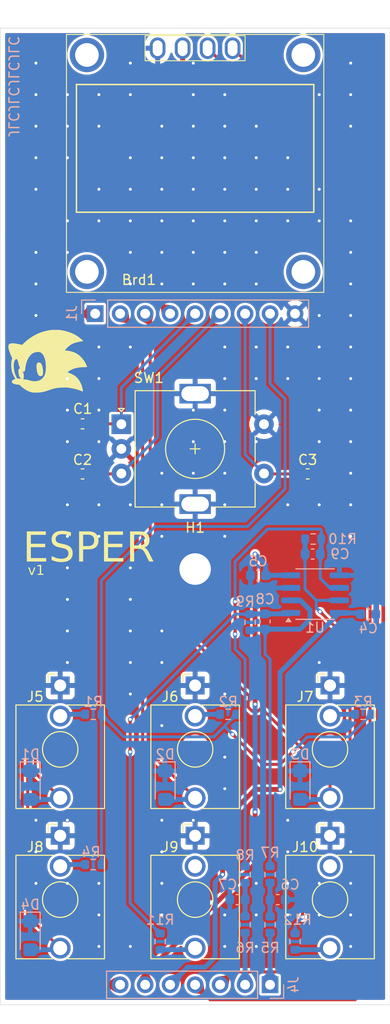
<source format=kicad_pcb>
(kicad_pcb (version 20241229) (generator "pcbnew") (generator_version "9.0")
  (title_block (title "Esper") (date "2025-05-13") (rev "1") (company "Sonic803"))
  (layers (0 "F.Cu" signal) (2 "B.Cu" signal) (13 "F.Paste" user) (15 "B.Paste" user) (5 "F.SilkS" user "F.Silkscreen") (7 "B.SilkS" user "B.Silkscreen") (1 "F.Mask" user) (3 "B.Mask" user) (25 "Edge.Cuts" user))
  (net 0 "")
  (net 1 "/Out/+5V")
  (net 2 "/Out/SCL")
  (net 3 "GNDL")
  (net 4 "/Out/SDA")
  (net 5 "/Out/+12V")
  (net 6 "/Input/Enc1")
  (net 7 "/Input/Enc2")
  (net 8 "/Out/-12V")
  (net 9 "Net-(U1A--)")
  (net 10 "/Input/In1")
  (net 11 "/Out/Dac2")
  (net 12 "/Out/Dac1")
  (net 13 "/Input/In2")
  (net 14 "/Input/EncSw")
  (net 15 "Net-(C6-Pad2)")
  (net 16 "Net-(J5-PadTN)")
  (net 17 "Net-(J6-PadTN)")
  (net 18 "Net-(C7-Pad2)")
  (net 19 "Net-(C8-Pad1)")
  (net 20 "Net-(C9-Pad1)")
  (net 21 "Net-(U1B--)")
  (net 22 "/Input/In3")
  (net 23 "/Input/In4")
  (net 24 "Net-(J7-PadTN)")
  (net 25 "Net-(J8-PadTN)")
  (net 26 "Net-(J9-PadT)")
  (net 29 "/Input/NORM_PROBE")
  (net 30 "Net-(J10-PadT)")
  (footprint "Library:C_0603_1608Metric" (layer "F.Cu") (at 182.105 90.932)
    (property "Reference" "C2")
    (property "Value" "10nF")
  )
  (footprint "Library:RotaryEncoder_Switch" (layer "F.Cu") (at 193.548 88.392)
    (property "Reference" "SW1")
    (property "Value" "RotaryEncoder_Switch_MP")
  )
  (footprint "Library:Sonic" (layer "F.Cu") (at 178.562 79.502)
    (property "Reference" "G***" (hide yes))
    (property "Value" "LOGO" (hide yes))
  )
  (footprint "Library:Jack" (layer "F.Cu") (at 207.264 134.112)
    (property "Reference" "J10")
    (property "Value" "Dac2")
  )
  (footprint "Library:Jack" (layer "F.Cu") (at 207.264 118.872)
    (property "Reference" "J7")
    (property "Value" "In3")
  )
  (footprint "Library:C_0603_1608Metric" (layer "F.Cu") (at 204.991 90.932)
    (property "Reference" "C3")
    (property "Value" "_10pF")
  )
  (footprint "Library:C_0603_1608Metric" (layer "F.Cu") (at 182.105 85.852 180)
    (property "Reference" "C1")
    (property "Value" "10nF")
  )
  (footprint "Library:Jack" (layer "F.Cu") (at 179.832 118.872)
    (property "Reference" "J5")
    (property "Value" "In1")
  )
  (footprint "Library:MountingHole_3.2mm_M3_Pad" (layer "F.Cu") (at 193.548 100.584)
    (property "Reference" "H1")
    (property "Value" "M3")
  )
  (footprint "Library:Jack" (layer "F.Cu") (at 179.832 134.112)
    (property "Reference" "J8")
    (property "Value" "In4")
  )
  (footprint "Library:128x64OLED" (layer "F.Cu") (at 193.548 57.912)
    (property "Reference" "Brd1")
    (property "Value" "SSD1306")
  )
  (footprint "Library:Jack" (layer "F.Cu") (at 193.548 118.872)
    (property "Reference" "J6")
    (property "Value" "In2")
  )
  (footprint "Library:Jack" (layer "F.Cu") (at 193.548 134.112)
    (property "Reference" "J9")
    (property "Value" "Dac1")
  )
  (footprint "Library:C_0603_1608Metric" (layer "B.Cu") (at 197.853 134.112)
    (property "Reference" "C7")
    (property "Value" "1n")
  )
  (footprint "Library:R_0603_1608Metric" (layer "B.Cu") (at 189.992 138.367 90)
    (property "Reference" "R11")
    (property "Value" "1k")
  )
  (footprint "Library:R_0603_1608Metric" (layer "B.Cu") (at 183.197 115.316)
    (property "Reference" "R1")
    (property "Value" "10k")
  )
  (footprint "Library:R_0603_1608Metric" (layer "B.Cu") (at 199.136 105.981 -90)
    (property "Reference" "R9")
    (property "Value" "33k")
  )
  (footprint "Library:D_SMF" (layer "B.Cu") (at 176.784 137.742 -90)
    (property "Reference" "D4")
    (property "Value" "SMF16A")
  )
  (footprint "Library:R_0603_1608Metric" (layer "B.Cu") (at 205.549 97.536)
    (property "Reference" "R10")
    (property "Value" "33k")
  )
  (footprint "Library:C_0603_1608Metric" (layer "B.Cu") (at 199.95 101.219 180)
    (property "Reference" "C5")
    (property "Value" "0.1u")
  )
  (footprint "Library:R_0603_1608Metric" (layer "B.Cu") (at 203.708 138.367 90)
    (property "Reference" "R12")
    (property "Value" "1k")
  )
  (footprint "Library:R_0603_1608Metric" (layer "B.Cu") (at 183.197 130.556)
    (property "Reference" "R4")
    (property "Value" "10k")
  )
  (footprint "Library:C_0603_1608Metric" (layer "B.Cu") (at 205.499 99.06)
    (property "Reference" "C9")
    (property "Value" "_10p")
  )
  (footprint "Library:C_0603_1608Metric" (layer "B.Cu") (at 201.943 134.112 180)
    (property "Reference" "C6")
    (property "Value" "1n")
  )
  (footprint "Library:D_SMF" (layer "B.Cu") (at 176.784 122.502 -90)
    (property "Reference" "D1")
    (property "Value" "SMF16A")
  )
  (footprint "Library:R_0603_1608Metric" (layer "B.Cu") (at 201.168 131.572 90)
    (property "Reference" "R7")
    (property "Value" "10k")
  )
  (footprint "Library:C_0603_1608Metric" (layer "B.Cu") (at 211.152 105.156)
    (property "Reference" "C4")
    (property "Value" "0.1u")
  )
  (footprint "Library:D_SMF" (layer "B.Cu") (at 190.5 122.502 -90)
    (property "Reference" "D2")
    (property "Value" "SMF16A")
  )
  (footprint "Library:D_SMF" (layer "B.Cu") (at 204.216 122.502 -90)
    (property "Reference" "D3")
    (property "Value" "SMF16A")
  )
  (footprint "Library:R_0603_1608Metric" (layer "B.Cu") (at 201.168 136.652 90)
    (property "Reference" "R5")
    (property "Value" "2.2k")
  )
  (footprint "Library:C_0603_1608Metric" (layer "B.Cu") (at 200.66 105.905 -90)
    (property "Reference" "C8")
    (property "Value" "_10p")
  )
  (footprint "Library:SOIC-8_3.9x4.9mm_P1.27mm" (layer "B.Cu") (at 205.74 103.124)
    (property "Reference" "U1")
    (property "Value" "TL072")
  )
  (footprint "Library:R_0603_1608Metric" (layer "B.Cu") (at 196.913 115.316)
    (property "Reference" "R2")
    (property "Value" "10k")
  )
  (footprint "Library:PinHeader_1x07_P2.54mm_Vertical" (layer "B.Cu") (at 201.168 142.748 90)
    (property "Reference" "J4")
    (property "Value" "c_Out_Con")
  )
  (footprint "Library:R_0603_1608Metric" (layer "B.Cu") (at 198.628 136.652 90)
    (property "Reference" "R6")
    (property "Value" "2.2k")
  )
  (footprint "Library:R_0603_1608Metric" (layer "B.Cu") (at 198.628 131.572 90)
    (property "Reference" "R8")
    (property "Value" "10k")
  )
  (footprint "Library:PinHeader_1x09_P2.54mm_Vertical" (layer "B.Cu") (at 183.388 74.676 -90)
    (property "Reference" "J1")
    (property "Value" "c_In_Con")
  )
  (footprint "Library:R_0603_1608Metric" (layer "B.Cu") (at 210.629 115.316)
    (property "Reference" "R3")
    (property "Value" "10k")
  )
  (gr_rect (start 173.736 45.72) (end 213.36 144.78) (stroke (width 0.05)) (fill no) (layer "Edge.Cuts"))
  (gr_text "ESPER" (at 176.022 100.33 0) (layer "F.SilkS") (effects (font (size 3 3)) (justify left bottom)))
  (gr_text "v1" (at 176.53 101.346 0) (layer "F.SilkS") (effects (font (size 1 1)) (justify left bottom)))
  (gr_text "JLCJLCJLCJLC" (at 174.498 56.896 270) (layer "B.SilkS") (effects (font (size 1 1)) (justify left bottom mirror)))
  (segment (start 192.278 47.752) (end 192.278 49.53) (width 0.5) (layer "F.Cu") (net 1))
  (segment (start 174.752 67.056) (end 174.752 141.224) (width 0.5) (layer "F.Cu") (net 1))
  (segment (start 174.752 141.224) (end 176.276 142.748) (width 0.5) (layer "F.Cu") (net 1))
  (segment (start 176.276 142.748) (end 185.928 142.748) (width 0.5) (layer "F.Cu") (net 1))
  (segment (start 192.278 49.53) (end 174.752 67.056) (width 0.5) (layer "F.Cu") (net 1))
  (segment (start 197.389 141.447) (end 196.088 142.748) (width 0.3) (layer "F.Cu") (net 2))
  (segment (start 211.328 64.262) (end 211.328 139.192) (width 0.3) (layer "F.Cu") (net 2))
  (segment (start 211.328 139.192) (end 209.073 141.447) (width 0.3) (layer "F.Cu") (net 2))
  (segment (start 209.073 141.447) (end 197.389 141.447) (width 0.3) (layer "F.Cu") (net 2))
  (segment (start 194.818 47.752) (end 211.328 64.262) (width 0.3) (layer "F.Cu") (net 2))
  (via (at 180.563 81.262) (size 0.45) (drill 0.3) (layers "F.Cu" "B.Cu") (net 3))
  (via (at 206.163 110.062) (size 0.45) (drill 0.3) (layers "F.Cu" "B.Cu") (net 3))
  (via (at 177.363 74.862) (size 0.45) (drill 0.3) (layers "F.Cu" "B.Cu") (net 3))
  (via (at 209.363 78.062) (size 0.45) (drill 0.3) (layers "F.Cu" "B.Cu") (net 3))
  (via (at 190.163 58.862) (size 0.45) (drill 0.3) (layers "F.Cu" "B.Cu") (net 3))
  (via (at 190.163 116.462) (size 0.45) (drill 0.3) (layers "F.Cu" "B.Cu") (net 3))
  (via (at 193.363 49.262) (size 0.45) (drill 0.3) (layers "F.Cu" "B.Cu") (net 3))
  (via (at 190.163 62.062) (size 0.45) (drill 0.3) (layers "F.Cu" "B.Cu") (net 3))
  (via (at 199.763 138.862) (size 0.45) (drill 0.3) (layers "F.Cu" "B.Cu") (net 3))
  (via (at 177.363 62.062) (size 0.45) (drill 0.3) (layers "F.Cu" "B.Cu") (net 3))
  (via (at 186.963 78.062) (size 0.45) (drill 0.3) (layers "F.Cu" "B.Cu") (net 3))
  (via (at 209.363 90.862) (size 0.45) (drill 0.3) (layers "F.Cu" "B.Cu") (net 3))
  (via (at 196.563 84.462) (size 0.45) (drill 0.3) (layers "F.Cu" "B.Cu") (net 3))
  (via (at 180.563 58.862) (size 0.45) (drill 0.3) (layers "F.Cu" "B.Cu") (net 3))
  (via (at 180.563 52.462) (size 0.45) (drill 0.3) (layers "F.Cu" "B.Cu") (net 3))
  (via (at 180.563 103.662) (size 0.45) (drill 0.3) (layers "F.Cu" "B.Cu") (net 3))
  (via (at 177.363 49.262) (size 0.45) (drill 0.3) (layers "F.Cu" "B.Cu") (net 3))
  (via (at 206.163 81.262) (size 0.45) (drill 0.3) (layers "F.Cu" "B.Cu") (net 3))
  (via (at 183.763 78.062) (size 0.45) (drill 0.3) (layers "F.Cu" "B.Cu") (net 3))
  (via (at 180.563 97.262) (size 0.45) (drill 0.3) (layers "F.Cu" "B.Cu") (net 3))
  (via (at 209.363 74.862) (size 0.45) (drill 0.3) (layers "F.Cu" "B.Cu") (net 3))
  (via (at 190.163 65.262) (size 0.45) (drill 0.3) (layers "F.Cu" "B.Cu") (net 3))
  (via (at 186.963 110.062) (size 0.45) (drill 0.3) (layers "F.Cu" "B.Cu") (net 3))
  (via (at 199.763 78.062) (size 0.45) (drill 0.3) (layers "F.Cu" "B.Cu") (net 3))
  (via (at 196.563 122.862) (size 0.45) (drill 0.3) (layers "F.Cu" "B.Cu") (net 3))
  (via (at 180.563 94.062) (size 0.45) (drill 0.3) (layers "F.Cu" "B.Cu") (net 3))
  (via (at 177.363 71.662) (size 0.45) (drill 0.3) (layers "F.Cu" "B.Cu") (net 3))
  (via (at 190.163 94.062) (size 0.45) (drill 0.3) (layers "F.Cu" "B.Cu") (net 3))
  (via (at 183.763 52.462) (size 0.45) (drill 0.3) (layers "F.Cu" "B.Cu") (net 3))
  (via (at 199.763 62.062) (size 0.45) (drill 0.3) (layers "F.Cu" "B.Cu") (net 3))
  (via (at 183.763 132.462) (size 0.45) (drill 0.3) (layers "F.Cu" "B.Cu") (net 3))
  (via (at 202.963 78.062) (size 0.45) (drill 0.3) (layers "F.Cu" "B.Cu") (net 3))
  (via (at 193.363 65.262) (size 0.45) (drill 0.3) (layers "F.Cu" "B.Cu") (net 3))
  (via (at 183.763 55.662) (size 0.45) (drill 0.3) (layers "F.Cu" "B.Cu") (net 3))
  (via (at 180.563 65.262) (size 0.45) (drill 0.3) (layers "F.Cu" "B.Cu") (net 3))
  (via (at 196.563 138.862) (size 0.45) (drill 0.3) (layers "F.Cu" "B.Cu") (net 3))
  (via (at 209.363 97.262) (size 0.45) (drill 0.3) (layers "F.Cu" "B.Cu") (net 3))
  (via (at 177.363 126.062) (size 0.45) (drill 0.3) (layers "F.Cu" "B.Cu") (net 3))
  (via (at 193.363 71.662) (size 0.45) (drill 0.3) (layers "F.Cu" "B.Cu") (net 3))
  (via (at 196.563 119.662) (size 0.45) (drill 0.3) (layers "F.Cu" "B.Cu") (net 3))
  (via (at 199.763 65.262) (size 0.45) (drill 0.3) (layers "F.Cu" "B.Cu") (net 3))
  (via (at 180.563 55.662) (size 0.45) (drill 0.3) (layers "F.Cu" "B.Cu") (net 3))
  (via (at 190.163 68.462) (size 0.45) (drill 0.3) (layers "F.Cu" "B.Cu") (net 3))
  (via (at 186.963 106.862) (size 0.45) (drill 0.3) (layers "F.Cu" "B.Cu") (net 3))
  (via (at 186.963 100.462) (size 0.45) (drill 0.3) (layers "F.Cu" "B.Cu") (net 3))
  (via (at 186.963 52.462) (size 0.45) (drill 0.3) (layers "F.Cu" "B.Cu") (net 3))
  (via (at 193.363 126.062) (size 0.45) (drill 0.3) (layers "F.Cu" "B.Cu") (net 3))
  (via (at 202.963 132.462) (size 0.45) (drill 0.3) (layers "F.Cu" "B.Cu") (net 3))
  (via (at 193.363 87.662) (size 0.45) (drill 0.3) (layers "F.Cu" "B.Cu") (net 3))
  (via (at 206.163 87.662) (size 0.45) (drill 0.3) (layers "F.Cu" "B.Cu") (net 3))
  (via (at 206.163 62.062) (size 0.45) (drill 0.3) (layers "F.Cu" "B.Cu") (net 3))
  (via (at 206.163 135.662) (size 0.45) (drill 0.3) (layers "F.Cu" "B.Cu") (net 3))
  (via (at 206.163 78.062) (size 0.45) (drill 0.3) (layers "F.Cu" "B.Cu") (net 3))
  (via (at 209.363 55.662) (size 0.45) (drill 0.3) (layers "F.Cu" "B.Cu") (net 3))
  (via (at 206.163 132.462) (size 0.45) (drill 0.3) (layers "F.Cu" "B.Cu") (net 3))
  (via (at 190.163 90.862) (size 0.45) (drill 0.3) (layers "F.Cu" "B.Cu") (net 3))
  (via (at 199.763 55.662) (size 0.45) (drill 0.3) (layers "F.Cu" "B.Cu") (net 3))
  (via (at 180.563 126.062) (size 0.45) (drill 0.3) (layers "F.Cu" "B.Cu") (net 3))
  (via (at 209.363 52.462) (size 0.45) (drill 0.3) (layers "F.Cu" "B.Cu") (net 3))
  (via (at 180.563 87.662) (size 0.45) (drill 0.3) (layers "F.Cu" "B.Cu") (net 3))
  (via (at 186.963 49.262) (size 0.45) (drill 0.3) (layers "F.Cu" "B.Cu") (net 3))
  (via (at 193.363 58.862) (size 0.45) (drill 0.3) (layers "F.Cu" "B.Cu") (net 3))
  (via (at 180.563 110.062) (size 0.45) (drill 0.3) (layers "F.Cu" "B.Cu") (net 3))
  (via (at 190.163 126.062) (size 0.45) (drill 0.3) (layers "F.Cu" "B.Cu") (net 3))
  (via (at 186.963 94.062) (size 0.45) (drill 0.3) (layers "F.Cu" "B.Cu") (net 3))
  (via (at 190.163 132.462) (size 0.45) (drill 0.3) (layers "F.Cu" "B.Cu") (net 3))
  (via (at 180.563 100.462) (size 0.45) (drill 0.3) (layers "F.Cu" "B.Cu") (net 3))
  (via (at 196.563 90.862) (size 0.45) (drill 0.3) (layers "F.Cu" "B.Cu") (net 3))
  (via (at 186.963 138.862) (size 0.45) (drill 0.3) (layers "F.Cu" "B.Cu") (net 3))
  (via (at 196.563 113.262) (size 0.45) (drill 0.3) (layers "F.Cu" "B.Cu") (net 3))
  (via (at 183.763 62.062) (size 0.45) (drill 0.3) (layers "F.Cu" "B.Cu") (net 3))
  (via (at 196.563 62.062) (size 0.45) (drill 0.3) (layers "F.Cu" "B.Cu") (net 3))
  (via (at 202.963 129.262) (size 0.45) (drill 0.3) (layers "F.Cu" "B.Cu") (net 3))
  (via (at 206.163 94.062) (size 0.45) (drill 0.3) (layers "F.Cu" "B.Cu") (net 3))
  (via (at 186.963 103.662) (size 0.45) (drill 0.3) (layers "F.Cu" "B.Cu") (net 3))
  (via (at 186.963 58.862) (size 0.45) (drill 0.3) (layers "F.Cu" "B.Cu") (net 3))
  (via (at 180.563 132.462) (size 0.45) (drill 0.3) (layers "F.Cu" "B.Cu") (net 3))
  (via (at 183.763 135.662) (size 0.45) (drill 0.3) (layers "F.Cu" "B.Cu") (net 3))
  (via (at 183.763 94.062) (size 0.45) (drill 0.3) (layers "F.Cu" "B.Cu") (net 3))
  (via (at 193.363 62.062) (size 0.45) (drill 0.3) (layers "F.Cu" "B.Cu") (net 3))
  (via (at 177.363 55.662) (size 0.45) (drill 0.3) (layers "F.Cu" "B.Cu") (net 3))
  (via (at 199.763 68.462) (size 0.45) (drill 0.3) (layers "F.Cu" "B.Cu") (net 3))
  (via (at 209.363 49.262) (size 0.45) (drill 0.3) (layers "F.Cu" "B.Cu") (net 3))
  (via (at 190.163 97.262) (size 0.45) (drill 0.3) (layers "F.Cu" "B.Cu") (net 3))
  (via (at 190.163 110.062) (size 0.45) (drill 0.3) (layers "F.Cu" "B.Cu") (net 3))
  (via (at 196.563 87.662) (size 0.45) (drill 0.3) (layers "F.Cu" "B.Cu") (net 3))
  (via (at 209.363 65.262) (size 0.45) (drill 0.3) (layers "F.Cu" "B.Cu") (net 3))
  (via (at 190.163 135.662) (size 0.45) (drill 0.3) (layers "F.Cu" "B.Cu") (net 3))
  (via (at 183.763 87.662) (size 0.45) (drill 0.3) (layers "F.Cu" "B.Cu") (net 3))
  (via (at 180.563 106.862) (size 0.45) (drill 0.3) (layers "F.Cu" "B.Cu") (net 3))
  (via (at 202.963 81.262) (size 0.45) (drill 0.3) (layers "F.Cu" "B.Cu") (net 3))
  (via (at 193.363 90.862) (size 0.45) (drill 0.3) (layers "F.Cu" "B.Cu") (net 3))
  (via (at 177.363 52.462) (size 0.45) (drill 0.3) (layers "F.Cu" "B.Cu") (net 3))
  (via (at 196.563 58.862) (size 0.45) (drill 0.3) (layers "F.Cu" "B.Cu") (net 3))
  (via (at 202.963 126.062) (size 0.45) (drill 0.3) (layers "F.Cu" "B.Cu") (net 3))
  (via (at 196.563 97.262) (size 0.45) (drill 0.3) (layers "F.Cu" "B.Cu") (net 3))
  (via (at 202.963 58.862) (size 0.45) (drill 0.3) (layers "F.Cu" "B.Cu") (net 3))
  (via (at 196.563 135.662) (size 0.45) (drill 0.3) (layers "F.Cu" "B.Cu") (net 3))
  (via (at 183.763 138.862) (size 0.45) (drill 0.3) (layers "F.Cu" "B.Cu") (net 3))
  (via (at 209.363 94.062) (size 0.45) (drill 0.3) (layers "F.Cu" "B.Cu") (net 3))
  (via (at 193.363 55.662) (size 0.45) (drill 0.3) (layers "F.Cu" "B.Cu") (net 3))
  (via (at 199.763 58.862) (size 0.45) (drill 0.3) (layers "F.Cu" "B.Cu") (net 3))
  (via (at 183.763 81.262) (size 0.45) (drill 0.3) (layers "F.Cu" "B.Cu") (net 3))
  (via (at 196.563 94.062) (size 0.45) (drill 0.3) (layers "F.Cu" "B.Cu") (net 3))
  (via (at 183.763 65.262) (size 0.45) (drill 0.3) (layers "F.Cu" "B.Cu") (net 3))
  (via (at 177.363 132.462) (size 0.45) (drill 0.3) (layers "F.Cu" "B.Cu") (net 3))
  (via (at 209.363 87.662) (size 0.45) (drill 0.3) (layers "F.Cu" "B.Cu") (net 3))
  (via (at 209.363 71.662) (size 0.45) (drill 0.3) (layers "F.Cu" "B.Cu") (net 3))
  (via (at 202.963 135.662) (size 0.45) (drill 0.3) (layers "F.Cu" "B.Cu") (net 3))
  (via (at 193.363 52.462) (size 0.45) (drill 0.3) (layers "F.Cu" "B.Cu") (net 3))
  (via (at 193.363 68.462) (size 0.45) (drill 0.3) (layers "F.Cu" "B.Cu") (net 3))
  (via (at 190.163 55.662) (size 0.45) (drill 0.3) (layers "F.Cu" "B.Cu") (net 3))
  (via (at 196.563 55.662) (size 0.45) (drill 0.3) (layers "F.Cu" "B.Cu") (net 3))
  (via (at 190.163 106.862) (size 0.45) (drill 0.3) (layers "F.Cu" "B.Cu") (net 3))
  (via (at 199.763 132.462) (size 0.45) (drill 0.3) (layers "F.Cu" "B.Cu") (net 3))
  (via (at 196.563 81.262) (size 0.45) (drill 0.3) (layers "F.Cu" "B.Cu") (net 3))
  (via (at 177.363 58.862) (size 0.45) (drill 0.3) (layers "F.Cu" "B.Cu") (net 3))
  (via (at 180.563 84.462) (size 0.45) (drill 0.3) (layers "F.Cu" "B.Cu") (net 3))
  (via (at 177.363 129.262) (size 0.45) (drill 0.3) (layers "F.Cu" "B.Cu") (net 3))
  (via (at 183.763 97.262) (size 0.45) (drill 0.3) (layers "F.Cu" "B.Cu") (net 3))
  (via (at 209.363 84.462) (size 0.45) (drill 0.3) (layers "F.Cu" "B.Cu") (net 3))
  (via (at 186.963 65.262) (size 0.45) (drill 0.3) (layers "F.Cu" "B.Cu") (net 3))
  (via (at 186.963 68.462) (size 0.45) (drill 0.3) (layers "F.Cu" "B.Cu") (net 3))
  (via (at 206.163 74.862) (size 0.45) (drill 0.3) (layers "F.Cu" "B.Cu") (net 3))
  (via (at 202.963 94.062) (size 0.45) (drill 0.3) (layers "F.Cu" "B.Cu") (net 3))
  (via (at 209.363 129.262) (size 0.45) (drill 0.3) (layers "F.Cu" "B.Cu") (net 3))
  (via (at 196.563 52.462) (size 0.45) (drill 0.3) (layers "F.Cu" "B.Cu") (net 3))
  (via (at 177.363 68.462) (size 0.45) (drill 0.3) (layers "F.Cu" "B.Cu") (net 3))
  (via (at 196.563 71.662) (size 0.45) (drill 0.3) (layers "F.Cu" "B.Cu") (net 3))
  (via (at 199.763 71.662) (size 0.45) (drill 0.3) (layers "F.Cu" "B.Cu") (net 3))
  (via (at 206.163 52.462) (size 0.45) (drill 0.3) (layers "F.Cu" "B.Cu") (net 3))
  (via (at 209.363 135.662) (size 0.45) (drill 0.3) (layers "F.Cu" "B.Cu") (net 3))
  (via (at 196.563 68.462) (size 0.45) (drill 0.3) (layers "F.Cu" "B.Cu") (net 3))
  (via (at 206.163 65.262) (size 0.45) (drill 0.3) (layers "F.Cu" "B.Cu") (net 3))
  (via (at 199.763 87.662) (size 0.45) (drill 0.3) (layers "F.Cu" "B.Cu") (net 3))
  (via (at 209.363 81.262) (size 0.45) (drill 0.3) (layers "F.Cu" "B.Cu") (net 3))
  (via (at 199.763 135.662) (size 0.45) (drill 0.3) (layers "F.Cu" "B.Cu") (net 3))
  (via (at 193.363 84.462) (size 0.45) (drill 0.3) (layers "F.Cu" "B.Cu") (net 3))
  (via (at 209.363 68.462) (size 0.45) (drill 0.3) (layers "F.Cu" "B.Cu") (net 3))
  (via (at 196.563 78.062) (size 0.45) (drill 0.3) (layers "F.Cu" "B.Cu") (net 3))
  (via (at 180.563 68.462) (size 0.45) (drill 0.3) (layers "F.Cu" "B.Cu") (net 3))
  (via (at 190.163 71.662) (size 0.45) (drill 0.3) (layers "F.Cu" "B.Cu") (net 3))
  (via (at 190.163 129.262) (size 0.45) (drill 0.3) (layers "F.Cu" "B.Cu") (net 3))
  (via (at 199.763 81.262) (size 0.45) (drill 0.3) (layers "F.Cu" "B.Cu") (net 3))
  (via (at 202.963 65.262) (size 0.45) (drill 0.3) (layers "F.Cu" "B.Cu") (net 3))
  (via (at 209.363 138.862) (size 0.45) (drill 0.3) (layers "F.Cu" "B.Cu") (net 3))
  (via (at 186.963 113.262) (size 0.45) (drill 0.3) (layers "F.Cu" "B.Cu") (net 3))
  (via (at 209.363 132.462) (size 0.45) (drill 0.3) (layers "F.Cu" "B.Cu") (net 3))
  (via (at 183.763 84.462) (size 0.45) (drill 0.3) (layers "F.Cu" "B.Cu") (net 3))
  (via (at 186.963 71.662) (size 0.45) (drill 0.3) (layers "F.Cu" "B.Cu") (net 3))
  (via (at 202.963 62.062) (size 0.45) (drill 0.3) (layers "F.Cu" "B.Cu") (net 3))
  (via (at 206.163 84.462) (size 0.45) (drill 0.3) (layers "F.Cu" "B.Cu") (net 3))
  (via (at 196.563 65.262) (size 0.45) (drill 0.3) (layers "F.Cu" "B.Cu") (net 3))
  (via (at 186.963 62.062) (size 0.45) (drill 0.3) (layers "F.Cu" "B.Cu") (net 3))
  (segment (start 195.072 144.272) (end 193.548 142.748) (width 0.3) (layer "F.Cu") (net 4))
  (segment (start 212.09 62.484) (end 212.09 141.986) (width 0.3) (layer "F.Cu") (net 4))
  (segment (start 209.804 144.272) (end 195.072 144.272) (width 0.3) (layer "F.Cu") (net 4))
  (segment (start 197.358 47.752) (end 212.09 62.484) (width 0.3) (layer "F.Cu") (net 4))
  (segment (start 212.09 141.986) (end 209.804 144.272) (width 0.3) (layer "F.Cu") (net 4))
  (segment (start 202.184 122.936) (end 199.644 122.936) (width 0.5) (layer "F.Cu") (net 5))
  (segment (start 199.644 122.936) (end 196.342 126.238) (width 0.5) (layer "F.Cu") (net 5))
  (segment (start 196.342 126.238) (end 196.342 131.572) (width 0.5) (layer "F.Cu") (net 5))
  (via (at 202.184 122.936) (size 0.45) (drill 0.3) (layers "F.Cu" "B.Cu") (net 5))
  (via (at 196.342 131.572) (size 0.45) (drill 0.3) (layers "F.Cu" "B.Cu") (net 5))
  (segment (start 192.786 140.97) (end 191.008 142.748) (width 0.5) (layer "B.Cu") (net 5))
  (segment (start 202.184 111.06) (end 202.184 122.936) (width 0.5) (layer "B.Cu") (net 5))
  (segment (start 194.564 140.97) (end 192.786 140.97) (width 0.5) (layer "B.Cu") (net 5))
  (segment (start 208.215 105.029) (end 210.25 105.029) (width 0.5) (layer "B.Cu") (net 5))
  (segment (start 195.58 139.954) (end 194.564 140.97) (width 0.5) (layer "B.Cu") (net 5))
  (segment (start 210.25 105.029) (end 210.377 105.156) (width 0.5) (layer "B.Cu") (net 5))
  (segment (start 208.215 105.029) (end 202.184 111.06) (width 0.5) (layer "B.Cu") (net 5))
  (segment (start 196.342 131.572) (end 195.58 132.334) (width 0.5) (layer "B.Cu") (net 5))
  (segment (start 195.58 132.334) (end 195.58 139.954) (width 0.5) (layer "B.Cu") (net 5))
  (segment (start 186.008 85.852) (end 186.048 85.892) (width 0.3) (layer "F.Cu") (net 6))
  (segment (start 182.88 85.852) (end 186.008 85.852) (width 0.3) (layer "F.Cu") (net 6))
  (segment (start 186.048 82.176) (end 193.548 74.676) (width 0.3) (layer "B.Cu") (net 6))
  (segment (start 186.048 85.892) (end 186.048 82.176) (width 0.3) (layer "B.Cu") (net 6))
  (segment (start 186.008 90.932) (end 186.048 90.892) (width 0.3) (layer "F.Cu") (net 7))
  (segment (start 182.88 90.932) (end 186.008 90.932) (width 0.3) (layer "F.Cu") (net 7))
  (segment (start 189.738 81.026) (end 196.088 74.676) (width 0.3) (layer "B.Cu") (net 7))
  (segment (start 189.738 87.202) (end 189.738 81.026) (width 0.3) (layer "B.Cu") (net 7))
  (segment (start 186.048 90.892) (end 189.738 87.202) (width 0.3) (layer "B.Cu") (net 7))
  (segment (start 199.644 130.492703) (end 188.468 141.668703) (width 0.5) (layer "F.Cu") (net 8))
  (segment (start 188.468 141.668703) (end 188.468 142.748) (width 0.5) (layer "F.Cu") (net 8))
  (segment (start 199.644 99.06) (end 199.644 114.3) (width 0.5) (layer "F.Cu") (net 8))
  (segment (start 199.644 125.222) (end 199.644 130.492703) (width 0.5) (layer "F.Cu") (net 8))
  (via (at 199.644 125.222) (size 0.45) (drill 0.3) (layers "F.Cu" "B.Cu") (net 8))
  (via (at 199.644 114.3) (size 0.45) (drill 0.3) (layers "F.Cu" "B.Cu") (net 8))
  (via (at 199.644 99.06) (size 0.45) (drill 0.3) (layers "F.Cu" "B.Cu") (net 8))
  (segment (start 203.265 101.219) (end 200.725 101.219) (width 0.5) (layer "B.Cu") (net 8))
  (segment (start 199.644 114.3) (end 199.644 125.222) (width 0.5) (layer "B.Cu") (net 8))
  (segment (start 200.725 100.141) (end 199.644 99.06) (width 0.5) (layer "B.Cu") (net 8))
  (segment (start 200.725 101.219) (end 200.725 100.141) (width 0.5) (layer "B.Cu") (net 8))
  (segment (start 205.232 105.664) (end 205.232 104.751001) (width 0.5) (layer "B.Cu") (net 9))
  (segment (start 204.239999 103.759) (end 203.265 103.759) (width 0.5) (layer "B.Cu") (net 9))
  (segment (start 205.232 104.751001) (end 204.239999 103.759) (width 0.5) (layer "B.Cu") (net 9))
  (segment (start 200.66 106.68) (end 204.216 106.68) (width 0.5) (layer "B.Cu") (net 9))
  (segment (start 201.168 109.728) (end 200.66 109.22) (width 0.3) (layer "B.Cu") (net 9))
  (segment (start 201.168 130.747) (end 201.168 109.728) (width 0.3) (layer "B.Cu") (net 9))
  (segment (start 200.66 106.68) (end 199.262 106.68) (width 0.5) (layer "B.Cu") (net 9))
  (segment (start 200.66 109.22) (end 200.66 106.68) (width 0.3) (layer "B.Cu") (net 9))
  (segment (start 199.262 106.68) (end 199.136 106.806) (width 0.5) (layer "B.Cu") (net 9))
  (segment (start 204.216 106.68) (end 205.232 105.664) (width 0.5) (layer "B.Cu") (net 9))
  (segment (start 181.864 74.676) (end 177.292 79.248) (width 0.3) (layer "F.Cu") (net 10))
  (segment (start 183.388 74.676) (end 181.864 74.676) (width 0.3) (layer "F.Cu") (net 10))
  (segment (start 177.292 79.248) (end 177.292 121.252) (width 0.3) (layer "F.Cu") (net 10))
  (segment (start 177.292 121.252) (end 179.832 123.792) (width 0.3) (layer "F.Cu") (net 10))
  (segment (start 176.784 123.952) (end 179.672 123.952) (width 0.5) (layer "B.Cu") (net 10))
  (segment (start 179.672 123.952) (end 179.832 123.792) (width 0.5) (layer "B.Cu") (net 10))
  (segment (start 198.628 137.477) (end 198.628 142.748) (width 0.5) (layer "B.Cu") (net 11))
  (segment (start 201.168 137.477) (end 201.168 142.748) (width 0.5) (layer "B.Cu") (net 12))
  (segment (start 185.928 74.676) (end 188.214 76.962) (width 0.3) (layer "F.Cu") (net 13))
  (segment (start 188.214 118.458) (end 193.548 123.792) (width 0.3) (layer "F.Cu") (net 13))
  (segment (start 188.214 76.962) (end 188.214 118.458) (width 0.3) (layer "F.Cu") (net 13))
  (segment (start 190.5 123.952) (end 193.388 123.952) (width 0.5) (layer "B.Cu") (net 13))
  (segment (start 193.388 123.952) (end 193.548 123.792) (width 0.5) (layer "B.Cu") (net 13))
  (segment (start 200.588 90.932) (end 200.548 90.892) (width 0.3) (layer "F.Cu") (net 14))
  (segment (start 204.216 90.932) (end 200.588 90.932) (width 0.3) (layer "F.Cu") (net 14))
  (segment (start 200.548 90.892) (end 198.628 88.972) (width 0.3) (layer "B.Cu") (net 14))
  (segment (start 198.628 88.972) (end 198.628 74.676) (width 0.3) (layer "B.Cu") (net 14))
  (segment (start 201.168 132.397) (end 201.168 134.112) (width 0.5) (layer "B.Cu") (net 15))
  (segment (start 201.168 135.827) (end 201.168 134.112) (width 0.5) (layer "B.Cu") (net 15))
  (segment (start 180.008 115.316) (end 179.832 115.492) (width 0.5) (layer "B.Cu") (net 16))
  (segment (start 182.372 115.316) (end 180.008 115.316) (width 0.5) (layer "B.Cu") (net 16))
  (segment (start 193.724 115.316) (end 193.548 115.492) (width 0.5) (layer "B.Cu") (net 17))
  (segment (start 196.088 115.316) (end 193.724 115.316) (width 0.5) (layer "B.Cu") (net 17))
  (segment (start 198.628 134.112) (end 198.628 135.827) (width 0.5) (layer "B.Cu") (net 18))
  (segment (start 198.628 132.397) (end 198.628 134.112) (width 0.5) (layer "B.Cu") (net 18))
  (segment (start 186.944 119.126) (end 186.944 115.824) (width 0.3) (layer "F.Cu") (net 19))
  (via (at 186.944 119.126) (size 0.45) (drill 0.3) (layers "F.Cu" "B.Cu") (net 19))
  (via (at 186.944 115.824) (size 0.45) (drill 0.3) (layers "F.Cu" "B.Cu") (net 19))
  (segment (start 199.136 105.156) (end 197.612 105.156) (width 0.3) (layer "B.Cu") (net 19))
  (segment (start 203.164 105.13) (end 203.265 105.029) (width 0.5) (layer "B.Cu") (net 19))
  (segment (start 197.612 105.156) (end 186.944 115.824) (width 0.3) (layer "B.Cu") (net 19))
  (segment (start 186.944 134.494) (end 186.944 119.126) (width 0.3) (layer "B.Cu") (net 19))
  (segment (start 189.992 137.542) (end 186.944 134.494) (width 0.3) (layer "B.Cu") (net 19))
  (segment (start 200.66 105.13) (end 203.164 105.13) (width 0.5) (layer "B.Cu") (net 19))
  (segment (start 199.162 105.13) (end 199.136 105.156) (width 0.5) (layer "B.Cu") (net 19))
  (segment (start 200.66 105.13) (end 199.162 105.13) (width 0.5) (layer "B.Cu") (net 19))
  (segment (start 204.47 127.508) (end 206.248 125.73) (width 0.3) (layer "F.Cu") (net 20))
  (segment (start 209.296 107.95) (end 206.248 104.902) (width 0.3) (layer "F.Cu") (net 20))
  (segment (start 209.296 124.714) (end 209.296 107.95) (width 0.3) (layer "F.Cu") (net 20))
  (segment (start 204.47 135.89) (end 204.47 127.508) (width 0.3) (layer "F.Cu") (net 20))
  (segment (start 206.248 125.73) (end 208.28 125.73) (width 0.3) (layer "F.Cu") (net 20))
  (segment (start 208.28 125.73) (end 209.296 124.714) (width 0.3) (layer "F.Cu") (net 20))
  (via (at 204.47 135.89) (size 0.45) (drill 0.3) (layers "F.Cu" "B.Cu") (net 20))
  (via (at 206.248 104.902) (size 0.45) (drill 0.3) (layers "F.Cu" "B.Cu") (net 20))
  (segment (start 203.708 136.652) (end 204.47 135.89) (width 0.3) (layer "B.Cu") (net 20))
  (segment (start 203.708 137.542) (end 203.708 136.652) (width 0.3) (layer "B.Cu") (net 20))
  (segment (start 205.867 104.14) (end 205.867 103.759) (width 0.3) (layer "B.Cu") (net 20))
  (segment (start 204.724 97.536) (end 204.724 99.06) (width 0.5) (layer "B.Cu") (net 20))
  (segment (start 208.215 103.759) (end 206.248 103.759) (width 0.3) (layer "B.Cu") (net 20))
  (segment (start 206.248 104.902) (end 205.867 104.521) (width 0.3) (layer "B.Cu") (net 20))
  (segment (start 205.867 104.521) (end 205.867 104.14) (width 0.3) (layer "B.Cu") (net 20))
  (segment (start 204.724 102.616) (end 204.724 99.06) (width 0.3) (layer "B.Cu") (net 20))
  (segment (start 206.248 103.759) (end 205.867 103.759) (width 0.3) (layer "B.Cu") (net 20))
  (segment (start 205.867 103.759) (end 204.724 102.616) (width 0.3) (layer "B.Cu") (net 20))
  (segment (start 197.612 107.188) (end 197.612 103.886) (width 0.3) (layer "F.Cu") (net 21))
  (via (at 197.612 103.886) (size 0.45) (drill 0.3) (layers "F.Cu" "B.Cu") (net 21))
  (via (at 197.612 107.188) (size 0.45) (drill 0.3) (layers "F.Cu" "B.Cu") (net 21))
  (segment (start 207.240001 102.489) (end 206.274 101.522999) (width 0.3) (layer "B.Cu") (net 21))
  (segment (start 197.612 103.886) (end 197.612 99.822) (width 0.3) (layer "B.Cu") (net 21))
  (segment (start 206.274 101.522999) (end 206.274 99.06) (width 0.3) (layer "B.Cu") (net 21))
  (segment (start 206.374 98.96) (end 206.274 99.06) (width 0.5) (layer "B.Cu") (net 21))
  (segment (start 197.612 108.712) (end 197.612 107.188) (width 0.3) (layer "B.Cu") (net 21))
  (segment (start 197.612 99.822) (end 200.914 96.52) (width 0.3) (layer "B.Cu") (net 21))
  (segment (start 197.612 108.712) (end 198.628 109.728) (width 0.3) (layer "B.Cu") (net 21))
  (segment (start 206.374 97.536) (end 206.374 98.96) (width 0.5) (layer "B.Cu") (net 21))
  (segment (start 206.248 96.52) (end 206.374 96.646) (width 0.3) (layer "B.Cu") (net 21))
  (segment (start 200.914 96.52) (end 206.248 96.52) (width 0.3) (layer "B.Cu") (net 21))
  (segment (start 208.215 102.489) (end 207.240001 102.489) (width 0.3) (layer "B.Cu") (net 21))
  (segment (start 198.628 109.728) (end 198.628 130.747) (width 0.3) (layer "B.Cu") (net 21))
  (segment (start 206.374 96.646) (end 206.374 97.536) (width 0.3) (layer "B.Cu") (net 21))
  (segment (start 207.264 121.666) (end 207.264 123.792) (width 0.3) (layer "F.Cu") (net 22))
  (segment (start 199.353636 115.001) (end 199.934364 115.001) (width 0.3) (layer "F.Cu") (net 22))
  (segment (start 188.468 74.676) (end 188.976 75.184) (width 0.3) (layer "F.Cu") (net 22))
  (segment (start 198.943 114.009636) (end 198.943 114.590364) (width 0.3) (layer "F.Cu") (net 22))
  (segment (start 188.976 103.378) (end 199.043 113.445) (width 0.3) (layer "F.Cu") (net 22))
  (segment (start 199.043 113.909636) (end 198.943 114.009636) (width 0.3) (layer "F.Cu") (net 22))
  (segment (start 199.934364 115.001) (end 200.266682 114.668682) (width 0.3) (layer "F.Cu") (net 22))
  (segment (start 200.266682 114.668682) (end 207.264 121.666) (width 0.3) (layer "F.Cu") (net 22))
  (segment (start 199.043 113.445) (end 199.043 113.909636) (width 0.3) (layer "F.Cu") (net 22))
  (segment (start 198.943 114.590364) (end 199.353636 115.001) (width 0.3) (layer "F.Cu") (net 22))
  (segment (start 188.976 75.184) (end 188.976 103.378) (width 0.3) (layer "F.Cu") (net 22))
  (segment (start 207.104 123.952) (end 207.264 123.792) (width 0.5) (layer "B.Cu") (net 22))
  (segment (start 204.216 123.952) (end 207.104 123.952) (width 0.5) (layer "B.Cu") (net 22))
  (segment (start 176.53 78.686018) (end 176.53 135.73) (width 0.3) (layer "F.Cu") (net 23))
  (segment (start 189.484 73.152) (end 182.064018 73.152) (width 0.3) (layer "F.Cu") (net 23))
  (segment (start 182.064018 73.152) (end 176.53 78.686018) (width 0.3) (layer "F.Cu") (net 23))
  (segment (start 176.53 135.73) (end 179.832 139.032) (width 0.3) (layer "F.Cu") (net 23))
  (segment (start 191.008 74.676) (end 189.484 73.152) (width 0.3) (layer "F.Cu") (net 23))
  (segment (start 179.672 139.192) (end 179.832 139.032) (width 0.5) (layer "B.Cu") (net 23))
  (segment (start 176.784 139.192) (end 179.672 139.192) (width 0.5) (layer "B.Cu") (net 23))
  (segment (start 207.44 115.316) (end 207.264 115.492) (width 0.5) (layer "B.Cu") (net 24))
  (segment (start 209.804 115.316) (end 207.44 115.316) (width 0.5) (layer "B.Cu") (net 24))
  (segment (start 180.008 130.556) (end 179.832 130.732) (width 0.5) (layer "B.Cu") (net 25))
  (segment (start 182.372 130.556) (end 180.008 130.556) (width 0.5) (layer "B.Cu") (net 25))
  (segment (start 189.992 139.192) (end 193.388 139.192) (width 0.5) (layer "B.Cu") (net 26))
  (segment (start 193.388 139.192) (end 193.548 139.032) (width 0.5) (layer "B.Cu") (net 26))
  (segment (start 203.454 119.126) (end 202.184 120.396) (width 0.3) (layer "F.Cu") (net 29))
  (segment (start 202.184 120.396) (end 200.406 120.396) (width 0.3) (layer "F.Cu") (net 29))
  (segment (start 200.406 120.396) (end 197.358 117.348) (width 0.3) (layer "F.Cu") (net 29))
  (via (at 197.358 117.348) (size 0.45) (drill 0.3) (layers "F.Cu" "B.Cu") (net 29))
  (via (at 203.454 119.126) (size 0.45) (drill 0.3) (layers "F.Cu" "B.Cu") (net 29))
  (segment (start 196.532 116.522) (end 196.659 116.395) (width 0.3) (layer "B.Cu") (net 29))
  (segment (start 202.692 83.312) (end 202.692 92.456) (width 0.3) (layer "B.Cu") (net 29))
  (segment (start 184.022 101.728) (end 184.022 115.316) (width 0.3) (layer "B.Cu") (net 29))
  (segment (start 195.452 117.602) (end 196.532 116.522) (width 0.3) (layer "B.Cu") (net 29))
  (segment (start 198.882 96.266) (end 189.484 96.266) (width 0.3) (layer "B.Cu") (net 29))
  (segment (start 201.168 74.676) (end 201.168 81.788) (width 0.3) (layer "B.Cu") (net 29))
  (segment (start 204.978 117.602) (end 209.168 117.602) (width 0.3) (layer "B.Cu") (net 29))
  (segment (start 202.692 92.456) (end 198.882 96.266) (width 0.3) (layer "B.Cu") (net 29))
  (segment (start 209.168 117.602) (end 211.454 115.316) (width 0.3) (layer "B.Cu") (net 29))
  (segment (start 201.168 81.788) (end 202.692 83.312) (width 0.3) (layer "B.Cu") (net 29))
  (segment (start 203.454 119.126) (end 204.978 117.602) (width 0.3) (layer "B.Cu") (net 29))
  (segment (start 184.022 115.316) (end 184.022 130.556) (width 0.3) (layer "B.Cu") (net 29))
  (segment (start 184.022 115.316) (end 186.308 117.602) (width 0.3) (layer "B.Cu") (net 29))
  (segment (start 186.308 117.602) (end 195.452 117.602) (width 0.3) (layer "B.Cu") (net 29))
  (segment (start 196.659 116.395) (end 197.738 115.316) (width 0.3) (layer "B.Cu") (net 29))
  (segment (start 189.484 96.266) (end 184.022 101.728) (width 0.3) (layer "B.Cu") (net 29))
  (segment (start 196.532 116.522) (end 197.358 117.348) (width 0.3) (layer "B.Cu") (net 29))
  (segment (start 207.104 139.192) (end 207.264 139.032) (width 0.5) (layer "B.Cu") (net 30))
  (segment (start 203.708 139.192) (end 207.104 139.192) (width 0.5) (layer "B.Cu") (net 30))
  (zone (net 3) (net_name "GNDL") (layers "F.Cu" "B.Cu") (connect_pads (clearance 0.25)) (min_thickness 0.25) (fill yes (thermal_gap 0.5) (thermal_bridge_width 0.5))
    (polygon (pts (xy 173.736 45.72) (xy 213.36 45.72) (xy 213.36 144.78) (xy 173.736 144.78)))
  )
)
</source>
